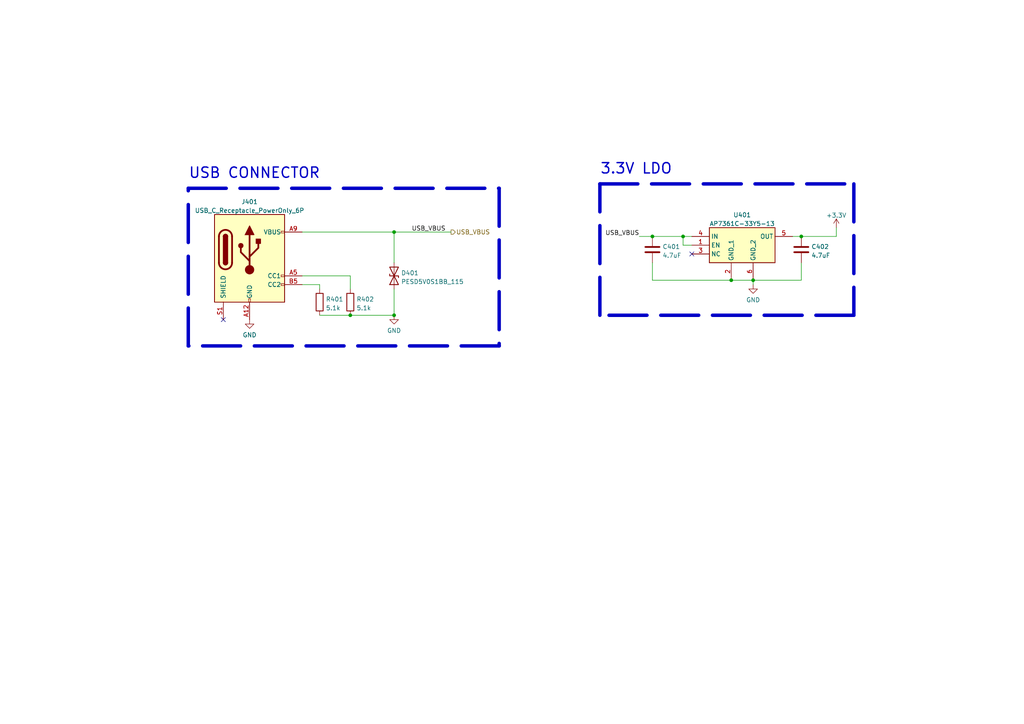
<source format=kicad_sch>
(kicad_sch (version 20211123) (generator eeschema)
  (paper "A4")
  (title_block (title "EPS Schematics") (date "2023-04-19") (rev "v0.1.0") (comment 1 "LinkedIn: linkedin.com/in/carlos-martinez-mora-7b2023230/") (comment 2 "Author: Carlos Martinez Mora"))
  (lib_symbols
    (symbol "AP7361C-25Y5-13:AP7361C-25Y5-13"
      (property "Value" "AP7361C-25Y5-13" (at 13.97 3.81 0))
      (symbol "AP7361C-25Y5-13_1_1"
        (rectangle (start 5.08 2.54) (end 24.13 -7.62) (stroke (width 0.254)) (fill (type background)))
        (pin passive line (at 0 -2.54 0) (length 5.08) (name "EN") (number "1"))
        (pin passive line (at 11.43 -12.7 90) (length 5.08) (name "GND_1") (number "2"))
        (pin passive line (at 0 -5.08 0) (length 5.08) (name "NC") (number "3"))
        (pin passive line (at 0 0 0) (length 5.08) (name "IN") (number "4"))
        (pin passive line (at 29.21 0 180) (length 5.08) (name "OUT") (number "5"))
        (pin passive line (at 17.78 -12.7 90) (length 5.08) (name "GND_2") (number "6"))
      )
    )
    (symbol "Connector:USB_C_Receptacle_PowerOnly_6P" (pin_names (offset 1.016))
      (property "Reference" "J" (at 0 16.51 0))
      (property "Value" "USB_C_Receptacle_PowerOnly_6P" (at 0 13.97 0))
      (symbol "USB_C_Receptacle_PowerOnly_6P_0_0"
        (rectangle (start -0.254 -12.7) (end 0.254 -11.684))
        (rectangle (start 10.16 -7.366) (end 9.144 -7.874))
        (rectangle (start 10.16 -4.826) (end 9.144 -5.334))
        (rectangle (start 10.16 7.874) (end 9.144 7.366))
      )
      (symbol "USB_C_Receptacle_PowerOnly_6P_0_1"
        (rectangle (start -10.16 12.7) (end 10.16 -12.7) (stroke (width 0.254)) (fill (type background)))
        (arc (start -8.89 -1.27) (mid -6.985 -3.175) (end -5.08 -1.27) (stroke (width 0.508)))
        (arc (start -7.62 -1.27) (mid -6.985 -1.905) (end -6.35 -1.27) (stroke (width 0.254)))
        (arc (start -7.62 -1.27) (mid -6.985 -1.905) (end -6.35 -1.27) (stroke (width 0.254)) (fill (type outline)))
        (rectangle (start -7.62 -1.27) (end -6.35 6.35) (stroke (width 0.254)) (fill (type outline)))
        (arc (start -6.35 6.35) (mid -6.985 6.985) (end -7.62 6.35) (stroke (width 0.254)))
        (arc (start -6.35 6.35) (mid -6.985 6.985) (end -7.62 6.35) (stroke (width 0.254)) (fill (type outline)))
        (arc (start -5.08 6.35) (mid -6.985 8.255) (end -8.89 6.35) (stroke (width 0.508)))
        (circle (center -2.54 3.683) (radius 0.635) (stroke (width 0.254)) (fill (type outline)))
        (circle (center 0 -3.302) (radius 1.27) (fill (type outline)))
        (polyline (pts (xy -8.89 -1.27) (xy -8.89 6.35)) (stroke (width 0.508)))
        (polyline (pts (xy -5.08 6.35) (xy -5.08 -1.27)) (stroke (width 0.508)))
        (polyline (pts (xy 0 -3.302) (xy 0 6.858)) (stroke (width 0.508)))
        (polyline (pts (xy 0 -0.762) (xy -2.54 1.778) (xy -2.54 3.048)) (stroke (width 0.508)))
        (polyline (pts (xy 0 0.508) (xy 2.54 3.048) (xy 2.54 4.318)) (stroke (width 0.508)))
        (polyline (pts (xy -1.27 6.858) (xy 0 9.398) (xy 1.27 6.858) (xy -1.27 6.858)) (stroke (width 0.254)) (fill (type outline)))
        (rectangle (start 1.905 4.318) (end 3.175 5.588) (stroke (width 0.254)) (fill (type outline)))
      )
      (symbol "USB_C_Receptacle_PowerOnly_6P_1_1"
        (pin passive line (at 0 -17.78 90) (length 5.08) (name "GND") (number "A12"))
        (pin bidirectional line (at 15.24 -5.08 180) (length 5.08) (name "CC1") (number "A5"))
        (pin passive line (at 15.24 7.62 180) (length 5.08) (name "VBUS") (number "A9"))
        (pin passive line (at 0 -17.78 90) (length 5.08) hide (name "GND") (number "B12"))
        (pin bidirectional line (at 15.24 -7.62 180) (length 5.08) (name "CC2") (number "B5"))
        (pin passive line (at 15.24 7.62 180) (length 5.08) hide (name "VBUS") (number "B9"))
        (pin passive line (at -7.62 -17.78 90) (length 5.08) (name "SHIELD") (number "S1"))
      )
    )
    (symbol "Device:C" (pin_numbers hide) (pin_names (offset 0.254))
      (property "Reference" "C" (at 0.635 2.54 0))
      (property "Value" "C" (at 0.635 -2.54 0))
      (symbol "C_0_1"
        (polyline (pts (xy -2.032 -0.762) (xy 2.032 -0.762)) (stroke (width 0.508)))
        (polyline (pts (xy -2.032 0.762) (xy 2.032 0.762)) (stroke (width 0.508)))
      )
      (symbol "C_1_1"
        (pin passive line (at 0 3.81 270) (length 2.794) (name "~") (number "1"))
        (pin passive line (at 0 -3.81 90) (length 2.794) (name "~") (number "2"))
      )
    )
    (symbol "Device:D_TVS" (pin_numbers hide) (pin_names (offset 1.016) hide)
      (property "Reference" "D" (at 0 2.54 0))
      (property "Value" "D_TVS" (at 0 -2.54 0))
      (symbol "D_TVS_0_1"
        (polyline (pts (xy 1.27 0) (xy -1.27 0)))
        (polyline (pts (xy 0.508 1.27) (xy 0 1.27) (xy 0 -1.27) (xy -0.508 -1.27)) (stroke (width 0.254)))
        (polyline (pts (xy -2.54 1.27) (xy -2.54 -1.27) (xy 2.54 1.27) (xy 2.54 -1.27) (xy -2.54 1.27)) (stroke (width 0.254)))
      )
      (symbol "D_TVS_1_1"
        (pin passive line (at -3.81 0 0) (length 2.54) (name "A1") (number "1"))
        (pin passive line (at 3.81 0 180) (length 2.54) (name "A2") (number "2"))
      )
    )
    (symbol "Device:R" (pin_numbers hide) (pin_names (offset 0))
      (property "Reference" "R" (at 2.032 0 90))
      (property "Value" "R" (at 0 0 90))
      (symbol "R_0_1"
        (rectangle (start -1.016 -2.54) (end 1.016 2.54) (stroke (width 0.254)))
      )
      (symbol "R_1_1"
        (pin passive line (at 0 3.81 270) (length 1.27) (name "~") (number "1"))
        (pin passive line (at 0 -3.81 90) (length 1.27) (name "~") (number "2"))
      )
    )
    (symbol "power:+3.3V" (power) (pin_names (offset 0))
      (property "Value" "+3.3V" (at 0 3.556 0))
      (symbol "+3.3V_0_1"
        (polyline (pts (xy -0.762 1.27) (xy 0 2.54)))
        (polyline (pts (xy 0 0) (xy 0 2.54)))
        (polyline (pts (xy 0 2.54) (xy 0.762 1.27)))
      )
      (symbol "+3.3V_1_1"
        (pin power_in line (at 0 0 90) (length 0) hide (name "+3.3V") (number "1"))
      )
    )
    (symbol "power:GND" (power) (pin_names (offset 0))
      (property "Value" "GND" (at 0 -3.81 0))
      (symbol "GND_0_1"
        (polyline (pts (xy 0 0) (xy 0 -1.27) (xy 1.27 -1.27) (xy 0 -2.54) (xy -1.27 -1.27) (xy 0 -1.27)))
      )
      (symbol "GND_1_1"
        (pin power_in line (at 0 0 270) (length 0) hide (name "GND") (number "1"))
      )
    )
  )
  (junction (at 114.3 91.44))
  (junction (at 101.6 91.44))
  (junction (at 232.41 68.58))
  (junction (at 218.44 81.28))
  (junction (at 114.3 67.31))
  (junction (at 189.23 68.58))
  (junction (at 198.12 68.58))
  (junction (at 212.09 81.28))
  (no_connect (at 200.66 73.66))
  (no_connect (at 64.77 92.71))
  (polyline (pts (xy 173.99 91.44) (xy 173.99 53.34)) (stroke (width 1)))
  (wire (pts (xy 218.44 82.55) (xy 218.44 81.28)))
  (polyline (pts (xy 54.61 54.61) (xy 144.78 54.61)) (stroke (width 1)))
  (wire (pts (xy 114.3 91.44) (xy 101.6 91.44)))
  (polyline (pts (xy 247.65 53.34) (xy 247.65 91.44)) (stroke (width 1)))
  (wire (pts (xy 200.66 71.12) (xy 198.12 71.12)))
  (wire (pts (xy 232.41 68.58) (xy 229.87 68.58)))
  (wire (pts (xy 232.41 81.28) (xy 218.44 81.28)))
  (polyline (pts (xy 144.78 100.33) (xy 54.61 100.33)) (stroke (width 1)))
  (wire (pts (xy 232.41 76.2) (xy 232.41 81.28)))
  (wire (pts (xy 242.57 68.58) (xy 232.41 68.58)))
  (wire (pts (xy 189.23 76.2) (xy 189.23 81.28)))
  (polyline (pts (xy 173.99 53.34) (xy 247.65 53.34)) (stroke (width 1)))
  (wire (pts (xy 198.12 71.12) (xy 198.12 68.58)))
  (polyline (pts (xy 54.61 100.33) (xy 54.61 54.61)) (stroke (width 1)))
  (wire (pts (xy 189.23 68.58) (xy 198.12 68.58)))
  (wire (pts (xy 92.71 82.55) (xy 87.63 82.55)))
  (wire (pts (xy 114.3 76.2) (xy 114.3 67.31)))
  (polyline (pts (xy 247.65 91.44) (xy 173.99 91.44)) (stroke (width 1)))
  (wire (pts (xy 114.3 83.82) (xy 114.3 91.44)))
  (wire (pts (xy 185.42 68.58) (xy 189.23 68.58)))
  (wire (pts (xy 242.57 66.04) (xy 242.57 68.58)))
  (wire (pts (xy 101.6 83.82) (xy 101.6 80.01)))
  (wire (pts (xy 218.44 81.28) (xy 212.09 81.28)))
  (wire (pts (xy 114.3 67.31) (xy 130.81 67.31)))
  (wire (pts (xy 101.6 80.01) (xy 87.63 80.01)))
  (wire (pts (xy 92.71 91.44) (xy 101.6 91.44)))
  (wire (pts (xy 189.23 81.28) (xy 212.09 81.28)))
  (wire (pts (xy 87.63 67.31) (xy 114.3 67.31)))
  (wire (pts (xy 92.71 83.82) (xy 92.71 82.55)))
  (polyline (pts (xy 144.78 54.61) (xy 144.78 100.33)) (stroke (width 1)))
  (wire (pts (xy 198.12 68.58) (xy 200.66 68.58)))
  (text "USB CONNECTOR" (at 54.61 52.07 0) (effects (font (size 3 3) (thickness 0.4) bold) (justify left bottom)))
  (text "3.3V LDO" (at 173.99 50.8 0) (effects (font (size 3 3) (thickness 0.4) bold) (justify left bottom)))
  (label "USB_VBUS" (at 185.42 68.58 180))
  (label "USB_VBUS" (at 119.38 67.31 0))
  (hierarchical_label "USB_VBUS" (shape output) (at 130.81 67.31 0))
  (symbol (lib_id "Device:R") (at 92.71 87.63 0) (unit 1)
    (property "Reference" "R401" (at 94.488 86.7953 0) (effects (justify left)))
    (property "Value" "5.1k" (at 94.488 89.3322 0) (effects (justify left)))
    (property "Footprint" "Resistor_SMD:R_0603_1608Metric_Pad0.98x0.95mm_HandSolder" (effects hide))
  )
  (symbol (lib_id "Device:C") (at 232.41 72.39 0) (mirror y) (unit 1)
    (property "Reference" "C402" (at 235.331 71.5553 0) (effects (justify right)))
    (property "Value" "4.7uF" (at 235.331 74.0922 0) (effects (justify right)))
    (property "Footprint" "Capacitor_SMD:C_0603_1608Metric_Pad1.08x0.95mm_HandSolder" (effects hide))
  )
  (symbol (lib_id "power:GND") (at 218.44 82.55 0) (mirror y) (unit 1)
    (property "Reference" "#PWR0502" (effects hide))
    (property "Value" "GND" (at 218.44 86.9934 0))
  )
  (symbol (lib_id "power:+3.3V") (at 242.57 66.04 0) (unit 1)
    (property "Reference" "#PWR0501" (effects hide))
    (property "Value" "+3.3V" (at 242.57 62.4642 0))
  )
  (symbol (lib_id "power:GND") (at 72.39 92.71 0) (unit 1)
    (property "Reference" "#PWR0504" (effects hide))
    (property "Value" "GND" (at 72.39 97.1534 0))
  )
  (symbol (lib_id "Device:D_TVS") (at 114.3 80.01 90) (unit 1)
    (property "Reference" "D401" (at 116.332 79.1753 90) (effects (justify right)))
    (property "Value" "PESD5V0S1BB_115" (at 116.332 81.7122 90) (effects (justify right)))
    (property "Footprint" "Diode_SMD:D_SOD-523" (effects hide))
  )
  (symbol (lib_id "Device:R") (at 101.6 87.63 0) (unit 1)
    (property "Reference" "R402" (at 103.378 86.7953 0) (effects (justify left)))
    (property "Value" "5.1k" (at 103.378 89.3322 0) (effects (justify left)))
    (property "Footprint" "Resistor_SMD:R_0603_1608Metric_Pad0.98x0.95mm_HandSolder" (effects hide))
  )
  (symbol (lib_id "Device:C") (at 189.23 72.39 0) (mirror y) (unit 1)
    (property "Reference" "C401" (at 192.151 71.5553 0) (effects (justify right)))
    (property "Value" "4.7uF" (at 192.151 74.0922 0) (effects (justify right)))
    (property "Footprint" "Capacitor_SMD:C_0603_1608Metric_Pad1.08x0.95mm_HandSolder" (effects hide))
  )
  (symbol (lib_id "power:GND") (at 114.3 91.44 0) (unit 1)
    (property "Reference" "#PWR0503" (effects hide))
    (property "Value" "GND" (at 114.3 95.8834 0))
  )
  (symbol (lib_id "Connector:USB_C_Receptacle_PowerOnly_6P") (at 72.39 74.93 0) (unit 1)
    (property "Reference" "J401" (at 72.39 58.5302 0))
    (property "Value" "USB_C_Receptacle_PowerOnly_6P" (at 72.39 61.0671 0))
    (property "Footprint" "Connector_USB:USB_C_Receptacle_GCT_USB4135-GF-A_6P_TopMnt_Horizontal" (effects hide))
    (property "Datasheet" "https://www.usb.org/sites/default/files/documents/usb_type-c.zip" (effects hide))
  )
  (symbol (lib_id "AP7361C-25Y5-13:AP7361C-25Y5-13") (at 200.66 68.58 0) (unit 1)
    (property "Reference" "U401" (at 215.265 62.3402 0))
    (property "Value" "AP7361C-33Y5-13" (at 215.265 64.8771 0))
    (property "Footprint" "AP7361C-25Y5-13:AP7361C25Y513" (effects hide))
    (property "Reference_1" "IC" (effects hide))
    (property "Value_1" "AP7361C-25Y5-13" (effects hide))
    (property "Footprint_1" "AP7361C25Y513" (effects hide))
    (property "Datasheet_1" "https://componentsearchengine.com/Datasheets/1/AP7361C-25Y5-13.pdf" (effects hide))
    (property "Height" "1.6" (effects hide))
    (property "Manufacturer_Name" "Diodes Inc." (effects hide))
    (property "Manufacturer_Part_Number" "AP7361C-25Y5-13" (effects hide))
    (property "Mouser Part Number" "621-AP7361C-25Y5-13" (effects hide))
    (property "Mouser Price/Stock" "https://www.mouser.co.uk/ProductDetail/Diodes-Incorporated/AP7361C-25Y5-13?qs=X421pCAdHWdERcDnNn%252Bsug%3D%3D" (effects hide))
    (property "Arrow Part Number" "AP7361C-25Y5-13" (effects hide))
    (property "Arrow Price/Stock" "https://www.arrow.com/en/products/ap7361c-25y5-13/diodes-incorporated?region=nac" (effects hide))
  )
)
</source>
